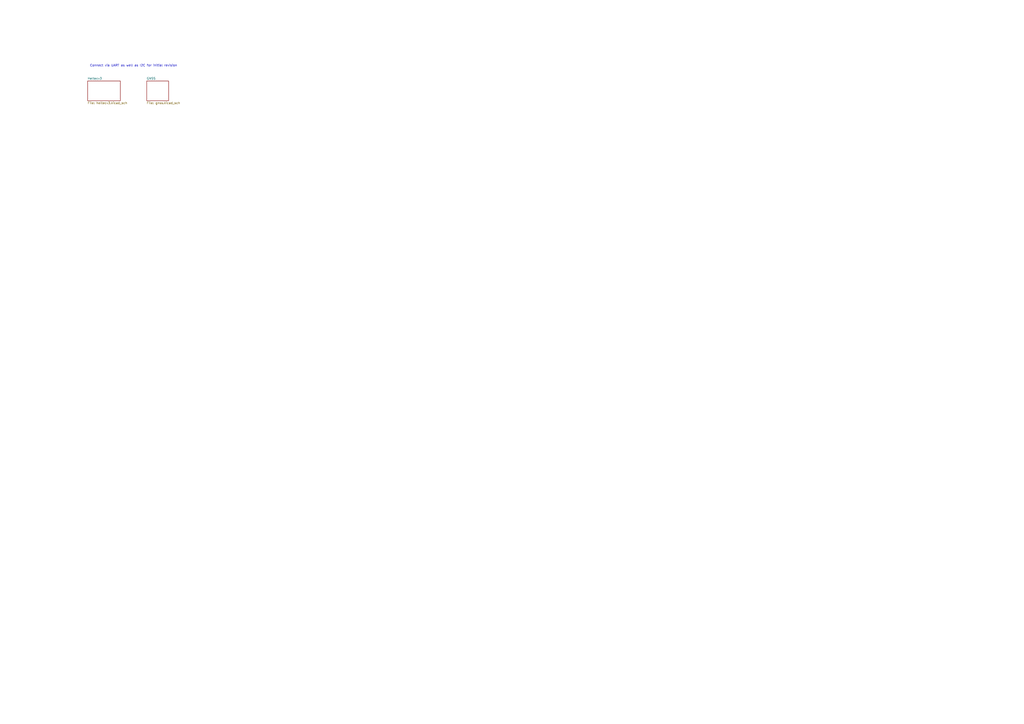
<source format=kicad_sch>
(kicad_sch
	(version 20250114)
	(generator "eeschema")
	(generator_version "9.0")
	(uuid "586b9940-aa00-4ed6-8067-85ee77ecee7e")
	(paper "A2")
	(lib_symbols)
	(text "Connect via UART as well as I2C for initial revision"
		(exclude_from_sim no)
		(at 77.47 38.1 0)
		(effects
			(font
				(size 1.27 1.27)
			)
		)
		(uuid "0715c04a-51d5-4caa-ab30-cefd2ff755a5")
	)
	(sheet
		(at 50.8 46.99)
		(size 19.05 11.43)
		(exclude_from_sim no)
		(in_bom yes)
		(on_board yes)
		(dnp no)
		(fields_autoplaced yes)
		(stroke
			(width 0.1524)
			(type solid)
		)
		(fill
			(color 0 0 0 0.0000)
		)
		(uuid "f439d00f-b960-4936-bac8-f9fdfbbabd6e")
		(property "Sheetname" "Heltecv3"
			(at 50.8 46.2784 0)
			(effects
				(font
					(size 1.27 1.27)
				)
				(justify left bottom)
			)
		)
		(property "Sheetfile" "heltecv3.kicad_sch"
			(at 50.8 59.0046 0)
			(effects
				(font
					(size 1.27 1.27)
				)
				(justify left top)
			)
		)
		(instances
			(project "hardware"
				(path "/586b9940-aa00-4ed6-8067-85ee77ecee7e"
					(page "2")
				)
			)
		)
	)
	(sheet
		(at 85.09 46.99)
		(size 12.7 11.43)
		(exclude_from_sim no)
		(in_bom yes)
		(on_board yes)
		(dnp no)
		(fields_autoplaced yes)
		(stroke
			(width 0.1524)
			(type solid)
		)
		(fill
			(color 0 0 0 0.0000)
		)
		(uuid "fc20c7e1-88bc-4c2e-9fe8-716eecb20392")
		(property "Sheetname" "GNSS"
			(at 85.09 46.2784 0)
			(effects
				(font
					(size 1.27 1.27)
				)
				(justify left bottom)
			)
		)
		(property "Sheetfile" "gnss.kicad_sch"
			(at 85.09 59.0046 0)
			(effects
				(font
					(size 1.27 1.27)
				)
				(justify left top)
			)
		)
		(instances
			(project "hardware"
				(path "/586b9940-aa00-4ed6-8067-85ee77ecee7e"
					(page "3")
				)
			)
		)
	)
	(sheet_instances
		(path "/"
			(page "1")
		)
	)
	(embedded_fonts no)
)

</source>
